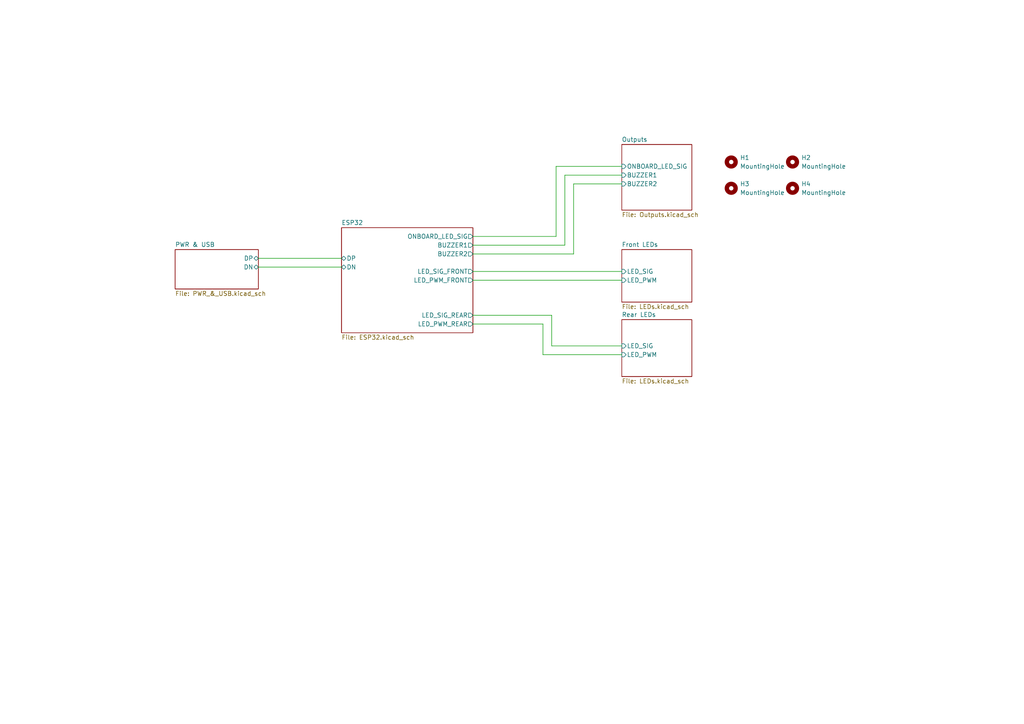
<source format=kicad_sch>
(kicad_sch (version 20231120) (generator "eeschema") (generator_version "8.0")
  (paper "A4")
  (lib_symbols
    (symbol "Mechanical:MountingHole" (pin_names (offset 1.016)) (exclude_from_sim yes) (in_bom no)
      (property "Reference" "H" (at 0 5.08 0))
      (property "Value" "MountingHole" (at 0 3.175 0))
      (symbol "MountingHole_0_1"
        (circle (center 0 0) (radius 1.27) (stroke (width 1.27)))
      )
    )
  )
  (wire (pts (xy 137.16 91.44) (xy 160.02 91.44)))
  (wire (pts (xy 137.16 73.66) (xy 166.37 73.66)))
  (wire (pts (xy 166.37 73.66) (xy 166.37 53.34)))
  (wire (pts (xy 137.16 78.74) (xy 180.34 78.74)))
  (wire (pts (xy 137.16 71.12) (xy 163.83 71.12)))
  (wire (pts (xy 74.93 77.47) (xy 99.06 77.47)))
  (wire (pts (xy 137.16 81.28) (xy 180.34 81.28)))
  (wire (pts (xy 161.29 68.58) (xy 161.29 48.26)))
  (wire (pts (xy 161.29 48.26) (xy 180.34 48.26)))
  (wire (pts (xy 137.16 68.58) (xy 161.29 68.58)))
  (wire (pts (xy 157.48 102.87) (xy 180.34 102.87)))
  (wire (pts (xy 74.93 74.93) (xy 99.06 74.93)))
  (wire (pts (xy 160.02 100.33) (xy 180.34 100.33)))
  (wire (pts (xy 163.83 71.12) (xy 163.83 50.8)))
  (wire (pts (xy 166.37 53.34) (xy 180.34 53.34)))
  (wire (pts (xy 160.02 91.44) (xy 160.02 100.33)))
  (wire (pts (xy 157.48 93.98) (xy 157.48 102.87)))
  (wire (pts (xy 163.83 50.8) (xy 180.34 50.8)))
  (wire (pts (xy 137.16 93.98) (xy 157.48 93.98)))
  (symbol (lib_id "Mechanical:MountingHole") (at 212.09 46.99 0) (unit 1) (exclude_from_sim yes) (in_bom no)
    (property "Reference" "H1" (at 214.63 45.7199 0) (effects (justify left)))
    (property "Value" "MountingHole" (at 214.63 48.2599 0) (effects (justify left)))
    (property "Footprint" "MountingHole:MountingHole_3.2mm_M3" (effects (hide yes)))
    (property "Description" "Mounting Hole without connection" (effects (hide yes)))
  )
  (symbol (lib_id "Mechanical:MountingHole") (at 212.09 54.61 0) (unit 1) (exclude_from_sim yes) (in_bom no)
    (property "Reference" "H3" (at 214.63 53.3399 0) (effects (justify left)))
    (property "Value" "MountingHole" (at 214.63 55.8799 0) (effects (justify left)))
    (property "Footprint" "MountingHole:MountingHole_3.2mm_M3" (effects (hide yes)))
    (property "Description" "Mounting Hole without connection" (effects (hide yes)))
  )
  (symbol (lib_id "Mechanical:MountingHole") (at 229.87 46.99 0) (unit 1) (exclude_from_sim yes) (in_bom no)
    (property "Reference" "H2" (at 232.41 45.7199 0) (effects (justify left)))
    (property "Value" "MountingHole" (at 232.41 48.2599 0) (effects (justify left)))
    (property "Footprint" "MountingHole:MountingHole_3.2mm_M3" (effects (hide yes)))
    (property "Description" "Mounting Hole without connection" (effects (hide yes)))
  )
  (symbol (lib_id "Mechanical:MountingHole") (at 229.87 54.61 0) (unit 1) (exclude_from_sim yes) (in_bom no)
    (property "Reference" "H4" (at 232.41 53.3399 0) (effects (justify left)))
    (property "Value" "MountingHole" (at 232.41 55.8799 0) (effects (justify left)))
    (property "Footprint" "MountingHole:MountingHole_3.2mm_M3" (effects (hide yes)))
    (property "Description" "Mounting Hole without connection" (effects (hide yes)))
  )
  (sheet (at 180.34 41.91) (size 20.32 19.05) (stroke (width 0.1524))
    (property "Sheetname" "Outputs" (at 180.34 41.1984 0) (effects (justify left bottom)))
    (property "Sheetfile" "Outputs.kicad_sch" (at 180.34 61.5446 0) (effects (justify left top)))
    (pin "ONBOARD_LED_SIG" input (at 180.34 48.26 180))
    (pin "BUZZER2" input (at 180.34 53.34 180))
    (pin "BUZZER1" input (at 180.34 50.8 180))
  )
  (sheet (at 180.34 92.71) (size 20.32 16.51) (stroke (width 0.1524))
    (property "Sheetname" "Rear LEDs" (at 180.34 91.9984 0) (effects (justify left bottom)))
    (property "Sheetfile" "LEDs.kicad_sch" (at 180.34 109.8046 0) (effects (justify left top)))
    (pin "LED_SIG" input (at 180.34 100.33 180))
    (pin "LED_PWM" input (at 180.34 102.87 180))
  )
  (sheet (at 180.34 72.39) (size 20.32 15.24) (stroke (width 0.1524))
    (property "Sheetname" "Front LEDs" (at 180.34 71.6784 0) (effects (justify left bottom)))
    (property "Sheetfile" "LEDs.kicad_sch" (at 180.34 88.2146 0) (effects (justify left top)))
    (pin "LED_SIG" input (at 180.34 78.74 180))
    (pin "LED_PWM" input (at 180.34 81.28 180))
  )
  (sheet (at 50.8 72.39) (size 24.13 11.43) (stroke (width 0.1524))
    (property "Sheetname" "PWR & USB" (at 50.8 71.6784 0) (effects (justify left bottom)))
    (property "Sheetfile" "PWR_&_USB.kicad_sch" (at 50.8 84.4046 0) (effects (justify left top)))
    (pin "DP" bidirectional (at 74.93 74.93 0))
    (pin "DN" bidirectional (at 74.93 77.47 0))
  )
  (sheet (at 99.06 66.04) (size 38.1 30.48) (stroke (width 0.1524))
    (property "Sheetname" "ESP32" (at 99.06 65.3284 0) (effects (justify left bottom)))
    (property "Sheetfile" "ESP32.kicad_sch" (at 99.06 97.1046 0) (effects (justify left top)))
    (pin "DP" bidirectional (at 99.06 74.93 180))
    (pin "DN" bidirectional (at 99.06 77.47 180))
    (pin "LED_PWM_REAR" output (at 137.16 93.98 0))
    (pin "LED_PWM_FRONT" output (at 137.16 81.28 0))
    (pin "LED_SIG_FRONT" output (at 137.16 78.74 0))
    (pin "LED_SIG_REAR" output (at 137.16 91.44 0))
    (pin "ONBOARD_LED_SIG" output (at 137.16 68.58 0))
    (pin "BUZZER1" output (at 137.16 71.12 0))
    (pin "BUZZER2" output (at 137.16 73.66 0))
  )
)
</source>
